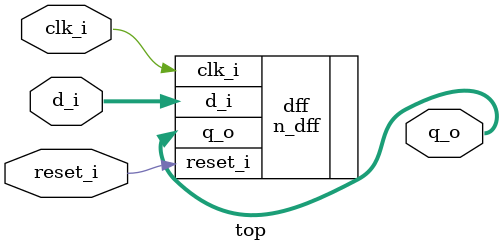
<source format=v>
`timescale 1ns/1ps

`include "./n_dff.v"

module top (
        input wire clk_i,     // clock
        input wire reset_i,   // reset
        input wire [7:0] d_i, // input data
        output wire [7:0] q_o // output data
    );
    
    // instantiate n-bit D Flip-Flop
    n_dff #(.N_BITS(8)) dff (
        .clk_i(clk_i),
        .reset_i(reset_i),
        .d_i(d_i),
        .q_o(q_o)
    );

endmodule

</source>
